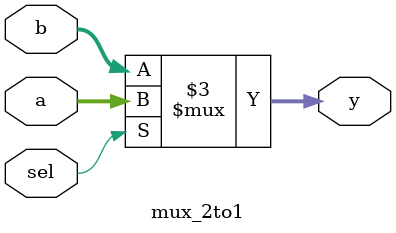
<source format=sv>
module top_module (
    input logic clk,      // Clock signal
    input logic reset,    // Active low reset
    output logic [3:0] q, // 4-bit register value
    output logic [3:0] y  // MUX output
);

    logic clear;
    logic [3:0] d;

    // Instantiate register
    register_4bit register_inst (
        .clk(clk),
        .reset(reset),
        .d(d),
        .q(q),
        .clear(clear)
    );

    // Calculate 1 + q
    assign d = q + 1;

    // Instantiate MUX
    mux_2to1 mux_inst (
        .sel(clear),
        .a(4'b0000),  // Input 0 (0 output when clear is high)
        .b(d),        // Input 1 (1 + q)
        .y(y)         // Output
    );

endmodule


module register_4bit (
    input logic clk,       // Clock signal
    input logic reset,     // Active low reset
    input logic [3:0] d,   // Data input
    output logic [3:0] q,  // 4-bit register value
    output logic clear     // Clear signal
);

    // Register logic
    always_ff @(posedge clk or negedge reset) begin
        if (!reset) begin
            q <= 4'd0;     // Reset register to 0
            clear <= 1'b0; // Clear signal is 0
        end else if (q == 4'd13) begin
            q <= 4'd0;     // Reset register to 0 when it reaches 13
            clear <= 1'b1; // Set clear signal
        end else begin
            q <= d;        // Update register with new data
            clear <= 1'b0; // Clear signal is 0
        end
    end

endmodule

module mux_2to1 (
    input logic sel,      // Selection pin (clear signal)
    input logic [3:0] a,  // Input 0 (output when sel is high)
    input logic [3:0] b,  // Input 1 (output when sel is low)
    output logic [3:0] y  // Output
);

    // MUX logic
    always_comb begin
        if (sel)
            y = a;         // If sel (clear) is 1, output a
        else
            y = b;         // If sel (clear) is 0, output b
    end

endmodule


</source>
